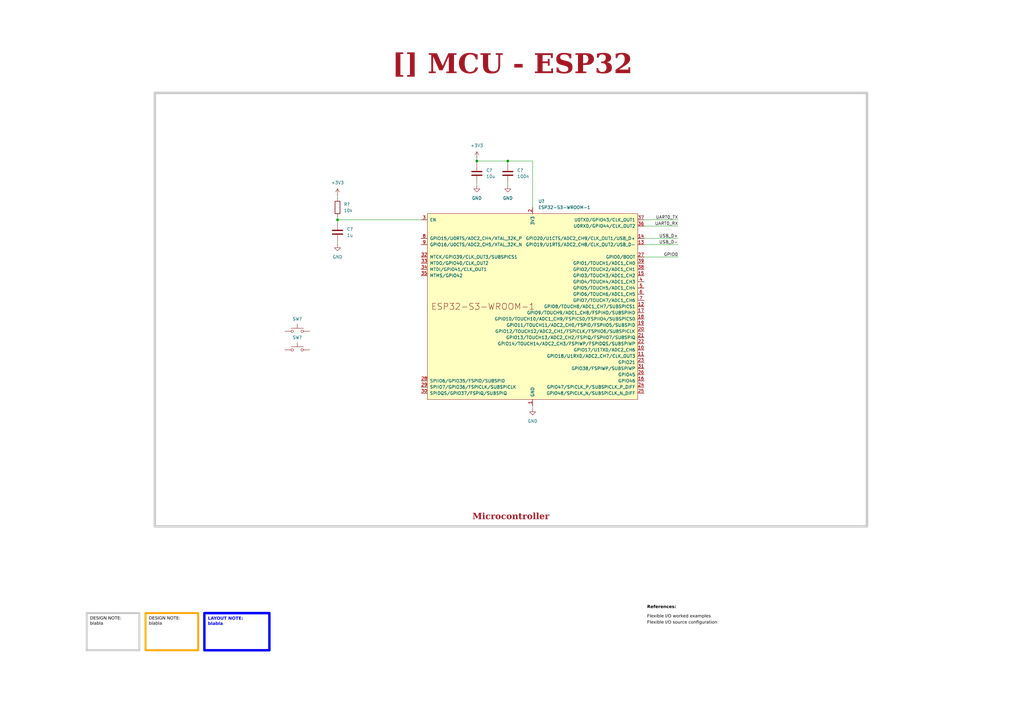
<source format=kicad_sch>
(kicad_sch (version 20231120) (generator "eeschema") (generator_version "8.0")
  (paper "A3")
  (title_block (title "MCU - ESP32") (date "Last Modified Date") (rev "${REVISION}") (company "${COMPANY}"))
  (lib_symbols
    (symbol "+3V3_1" (power) (pin_numbers hide) (pin_names (offset 0) hide)
      (property "Value" "+3V3" (at 0 3.556 0))
      (symbol "+3V3_1_0_1"
        (polyline (pts (xy -0.762 1.27) (xy 0 2.54)))
        (polyline (pts (xy 0 0) (xy 0 2.54)))
        (polyline (pts (xy 0 2.54) (xy 0.762 1.27)))
      )
      (symbol "+3V3_1_1_1"
        (pin power_in line (at 0 0 90) (length 0) (name "~") (number "1"))
      )
    )
    (symbol "Device:C" (pin_numbers hide) (pin_names (offset 0.254))
      (property "Reference" "C" (at 0.635 2.54 0))
      (property "Value" "C" (at 0.635 -2.54 0))
      (symbol "C_0_1"
        (polyline (pts (xy -2.032 -0.762) (xy 2.032 -0.762)) (stroke (width 0.508)))
        (polyline (pts (xy -2.032 0.762) (xy 2.032 0.762)) (stroke (width 0.508)))
      )
      (symbol "C_1_1"
        (pin passive line (at 0 3.81 270) (length 2.794) (name "~") (number "1"))
        (pin passive line (at 0 -3.81 90) (length 2.794) (name "~") (number "2"))
      )
    )
    (symbol "Device:R" (pin_numbers hide) (pin_names (offset 0))
      (property "Reference" "R" (at 2.032 0 90))
      (property "Value" "R" (at 0 0 90))
      (symbol "R_0_1"
        (rectangle (start -1.016 -2.54) (end 1.016 2.54) (stroke (width 0.254)))
      )
      (symbol "R_1_1"
        (pin passive line (at 0 3.81 270) (length 1.27) (name "~") (number "1"))
        (pin passive line (at 0 -3.81 90) (length 1.27) (name "~") (number "2"))
      )
    )
    (symbol "PCM_Espressif:ESP32-S3-WROOM-1" (pin_names (offset 1.016))
      (property "Reference" "U" (at -43.18 43.18 0))
      (property "Value" "ESP32-S3-WROOM-1" (at -43.18 40.64 0))
      (symbol "ESP32-S3-WROOM-1_0_0"
        (text "ESP32-S3-WROOM-1" (at -20.32 0 0) (effects (font (size 2.54 2.54))))
        (pin power_in line (at 0 -40.64 90) (length 2.54) (name "GND") (number "1"))
        (pin bidirectional line (at 45.72 -17.78 180) (length 2.54) (name "GPIO17/U1TXD/ADC2_CH6") (number "10"))
        (pin bidirectional line (at 45.72 -20.32 180) (length 2.54) (name "GPIO18/U1RXD/ADC2_CH7/CLK_OUT3") (number "11"))
        (pin bidirectional line (at 45.72 0 180) (length 2.54) (name "GPIO8/TOUCH8/ADC1_CH7/SUBSPICS1") (number "12"))
        (pin bidirectional line (at 45.72 25.4 180) (length 2.54) (name "GPIO19/U1RTS/ADC2_CH8/CLK_OUT2/USB_D-") (number "13"))
        (pin bidirectional line (at 45.72 27.94 180) (length 2.54) (name "GPIO20/U1CTS/ADC2_CH9/CLK_OUT1/USB_D+") (number "14"))
        (pin bidirectional line (at 45.72 12.7 180) (length 2.54) (name "GPIO3/TOUCH3/ADC1_CH2") (number "15"))
        (pin bidirectional line (at 45.72 -30.48 180) (length 2.54) (name "GPIO46") (number "16"))
        (pin bidirectional line (at 45.72 -2.54 180) (length 2.54) (name "GPIO9/TOUCH9/ADC1_CH8/FSPIHD/SUBSPIHD") (number "17"))
        (pin bidirectional line (at 45.72 -5.08 180) (length 2.54) (name "GPIO10/TOUCH10/ADC1_CH9/FSPICS0/FSPIIO4/SUBSPICS0") (number "18"))
        (pin bidirectional line (at 45.72 -7.62 180) (length 2.54) (name "GPIO11/TOUCH11/ADC2_CH0/FSPID/FSPIIO5/SUBSPID") (number "19"))
        (pin power_in line (at 0 40.64 270) (length 2.54) (name "3V3") (number "2"))
        (pin bidirectional line (at 45.72 -10.16 180) (length 2.54) (name "GPIO12/TOUCH12/ADC2_CH1/FSPICLK/FSPIIO6/SUBSPICLK") (number "20"))
        (pin bidirectional line (at 45.72 -12.7 180) (length 2.54) (name "GPIO13/TOUCH13/ADC2_CH2/FSPIQ/FSPIIO7/SUBSPIQ") (number "21"))
        (pin bidirectional line (at 45.72 -15.24 180) (length 2.54) (name "GPIO14/TOUCH14/ADC2_CH3/FSPIWP/FSPIDQS/SUBSPIWP") (number "22"))
        (pin bidirectional line (at 45.72 -22.86 180) (length 2.54) (name "GPIO21") (number "23"))
        (pin bidirectional line (at 45.72 -33.02 180) (length 2.54) (name "GPIO47/SPICLK_P/SUBSPICLK_P_DIFF") (number "24"))
        (pin bidirectional line (at 45.72 -35.56 180) (length 2.54) (name "GPIO48/SPICLK_N/SUBSPICLK_N_DIFF") (number "25"))
        (pin bidirectional line (at 45.72 -27.94 180) (length 2.54) (name "GPIO45") (number "26"))
        (pin bidirectional line (at 45.72 20.32 180) (length 2.54) (name "GPIO0/BOOT") (number "27"))
        (pin bidirectional line (at -45.72 -30.48 0) (length 2.54) (name "SPIIO6/GPIO35/FSPID/SUBSPID") (number "28"))
        (pin bidirectional line (at -45.72 -33.02 0) (length 2.54) (name "SPIIO7/GPIO36/FSPICLK/SUBSPICLK") (number "29"))
        (pin input line (at -45.72 35.56 0) (length 2.54) (name "EN") (number "3"))
        (pin bidirectional line (at -45.72 -35.56 0) (length 2.54) (name "SPIDQS/GPIO37/FSPIQ/SUBSPIQ") (number "30"))
        (pin bidirectional line (at 45.72 -25.4 180) (length 2.54) (name "GPIO38/FSPIWP/SUBSPIWP") (number "31"))
        (pin bidirectional line (at -45.72 20.32 0) (length 2.54) (name "MTCK/GPIO39/CLK_OUT3/SUBSPICS1") (number "32"))
        (pin bidirectional line (at -45.72 17.78 0) (length 2.54) (name "MTDO/GPIO40/CLK_OUT2") (number "33"))
        (pin bidirectional line (at -45.72 15.24 0) (length 2.54) (name "MTDI/GPIO41/CLK_OUT1") (number "34"))
        (pin bidirectional line (at -45.72 12.7 0) (length 2.54) (name "MTMS/GPIO42") (number "35"))
        (pin bidirectional line (at 45.72 33.02 180) (length 2.54) (name "U0RXD/GPIO44/CLK_OUT2") (number "36"))
        (pin bidirectional line (at 45.72 35.56 180) (length 2.54) (name "U0TXD/GPIO43/CLK_OUT1") (number "37"))
        (pin bidirectional line (at 45.72 15.24 180) (length 2.54) (name "GPIO2/TOUCH2/ADC1_CH1") (number "38"))
        (pin bidirectional line (at 45.72 17.78 180) (length 2.54) (name "GPIO1/TOUCH1/ADC1_CH0") (number "39"))
        (pin bidirectional line (at 45.72 10.16 180) (length 2.54) (name "GPIO4/TOUCH4/ADC1_CH3") (number "4"))
        (pin passive line (at 0 -40.64 90) (length 2.54) hide (name "GND") (number "40"))
        (pin passive line (at 0 -40.64 90) (length 2.54) hide (name "GND") (number "41"))
        (pin bidirectional line (at 45.72 7.62 180) (length 2.54) (name "GPIO5/TOUCH5/ADC1_CH4") (number "5"))
        (pin bidirectional line (at 45.72 5.08 180) (length 2.54) (name "GPIO6/TOUCH6/ADC1_CH5") (number "6"))
        (pin bidirectional line (at 45.72 2.54 180) (length 2.54) (name "GPIO7/TOUCH7/ADC1_CH6") (number "7"))
        (pin bidirectional line (at -45.72 27.94 0) (length 2.54) (name "GPIO15/U0RTS/ADC2_CH4/XTAL_32K_P") (number "8"))
        (pin bidirectional line (at -45.72 25.4 0) (length 2.54) (name "GPIO16/U0CTS/ADC2_CH5/XTAL_32K_N") (number "9"))
      )
      (symbol "ESP32-S3-WROOM-1_0_1"
        (rectangle (start -43.18 38.1) (end 43.18 -38.1) (fill (type background)))
      )
    )
    (symbol "Switch:SW_Push" (pin_numbers hide) (pin_names (offset 1.016) hide)
      (property "Reference" "SW" (at 1.27 2.54 0))
      (property "Value" "SW_Push" (at 0 -1.524 0))
      (symbol "SW_Push_0_1"
        (circle (center -2.032 0) (radius 0.508))
        (polyline (pts (xy 0 1.27) (xy 0 3.048)))
        (polyline (pts (xy 2.54 1.27) (xy -2.54 1.27)))
        (circle (center 2.032 0) (radius 0.508))
        (pin passive line (at -5.08 0 0) (length 2.54) (name "1") (number "1"))
        (pin passive line (at 5.08 0 180) (length 2.54) (name "2") (number "2"))
      )
    )
    (symbol "power:GND" (power) (pin_names (offset 0))
      (property "Value" "GND" (at 0 -3.81 0))
      (symbol "GND_0_1"
        (polyline (pts (xy 0 0) (xy 0 -1.27) (xy 1.27 -1.27) (xy 0 -2.54) (xy -1.27 -1.27) (xy 0 -1.27)))
      )
      (symbol "GND_1_1"
        (pin power_in line (at 0 0 270) (length 0) hide (name "GND") (number "1"))
      )
    )
  )
  (junction (at 195.58 66.04))
  (junction (at 138.43 90.17))
  (junction (at 208.28 66.04))
  (wire (pts (xy 138.43 80.01) (xy 138.43 81.28)))
  (wire (pts (xy 264.16 90.17) (xy 278.13 90.17)))
  (wire (pts (xy 138.43 90.17) (xy 138.43 91.44)))
  (wire (pts (xy 264.16 100.33) (xy 278.13 100.33)))
  (wire (pts (xy 208.28 76.2) (xy 208.28 74.93)))
  (wire (pts (xy 264.16 97.79) (xy 278.13 97.79)))
  (wire (pts (xy 195.58 64.77) (xy 195.58 66.04)))
  (wire (pts (xy 138.43 88.9) (xy 138.43 90.17)))
  (wire (pts (xy 208.28 66.04) (xy 195.58 66.04)))
  (wire (pts (xy 138.43 100.33) (xy 138.43 99.06)))
  (wire (pts (xy 218.44 66.04) (xy 208.28 66.04)))
  (wire (pts (xy 195.58 66.04) (xy 195.58 67.31)))
  (wire (pts (xy 264.16 92.71) (xy 278.13 92.71)))
  (wire (pts (xy 264.16 105.41) (xy 278.13 105.41)))
  (wire (pts (xy 218.44 167.64) (xy 218.44 166.37)))
  (wire (pts (xy 218.44 85.09) (xy 218.44 66.04)))
  (wire (pts (xy 138.43 90.17) (xy 172.72 90.17)))
  (wire (pts (xy 208.28 67.31) (xy 208.28 66.04)))
  (wire (pts (xy 195.58 76.2) (xy 195.58 74.93)))
  (rectangle (start 63.5 38.1) (end 355.6 215.9) (stroke (width 1) (color 200 200 200 1)))
  (text_box "[${#}] ${TITLE}" (at 110.49 20.32 0) (size 199.39 12.7) (stroke (width -0.0001)) (effects (font (size 8 8) (thickness 1.2) (bold yes))))
  (text_box "DESIGN NOTE:\nblabla" (at 59.69 251.46 0) (size 21.59 15.24) (stroke (width 0.8) (color 255 165 0 1)) (effects (font (size 1.27 1.27)) (justify left top)))
  (text_box "LAYOUT NOTE:\nblabla" (at 83.82 251.46 0) (size 26.67 15.24) (stroke (width 1) (color 0 0 255 1)) (effects (font (size 1.27 1.27) (thickness 0.4) (bold yes)) (justify left top)))
  (text_box "Microcontroller" (at 63.5 205.74 0) (size 292.1 9.525) (stroke (width -0.0001)) (effects (font (size 2.54 2.54) (thickness 0.508) (bold yes)) (justify bottom)))
  (text_box "DESIGN NOTE:\nblabla" (at 35.56 251.46 0) (size 21.59 15.24) (stroke (width 0.8) (color 200 200 200 1)) (effects (font (size 1.27 1.27)) (justify left top)))
  (text "Flexible I/O worked examples" (at 265.43 254 0) (effects (font (size 1.27 1.27)) (justify left bottom)))
  (text "References:" (at 265.43 250.19 0) (effects (font (size 1.27 1.27) (thickness 0.254) (bold yes)) (justify left bottom)))
  (text "Flexible I/O source configuration" (at 265.43 256.54 0) (effects (font (size 1.27 1.27)) (justify left bottom)))
  (label "UART0_RX" (at 278.13 92.71 180))
  (label "GPIO0" (at 278.13 105.41 180))
  (label "USB_D+" (at 278.13 97.79 180))
  (label "USB_D-" (at 278.13 100.33 180))
  (label "UART0_TX" (at 278.13 90.17 180))
  (symbol (lib_id "Device:C") (at 195.58 71.12 0) (unit 1)
    (property "Reference" "C?" (at 199.39 69.85 0) (effects (justify left)))
    (property "Value" "10u" (at 199.39 72.39 0) (effects (justify left)))
    (property "Footprint" "Capacitor_SMD:C_0805_2012Metric" (effects (hide yes)))
  )
  (symbol (lib_id "Device:C") (at 138.43 95.25 0) (unit 1)
    (property "Reference" "C?" (at 142.24 93.98 0) (effects (justify left)))
    (property "Value" "1u" (at 142.24 96.52 0) (effects (justify left)))
    (property "Footprint" "Capacitor_SMD:C_0805_2012Metric" (effects (hide yes)))
  )
  (symbol (lib_id "Device:C") (at 208.28 71.12 0) (unit 1)
    (property "Reference" "C?" (at 212.09 69.85 0) (effects (justify left)))
    (property "Value" "100n" (at 212.09 72.39 0) (effects (justify left)))
    (property "Footprint" "Capacitor_SMD:C_0603_1608Metric" (effects (hide yes)))
  )
  (symbol (lib_id "power:GND") (at 195.58 76.2 0) (unit 1)
    (property "Reference" "#PWR022" (effects (hide yes)))
    (property "Value" "GND" (at 195.58 81.28 0))
  )
  (symbol (lib_id "power:GND") (at 208.28 76.2 0) (unit 1)
    (property "Reference" "#PWR023" (effects (hide yes)))
    (property "Value" "GND" (at 208.28 81.28 0))
  )
  (symbol (lib_id "power:GND") (at 218.44 167.64 0) (unit 1)
    (property "Reference" "#PWR024" (effects (hide yes)))
    (property "Value" "GND" (at 218.44 172.72 0))
  )
  (symbol (lib_name "+3V3_1") (lib_id "power:+3V3") (at 138.43 80.01 0) (unit 1)
    (property "Reference" "#PWR019" (effects (hide yes)))
    (property "Value" "+3V3" (at 138.43 74.93 0))
    (property "Description" "Power symbol creates a global label with name \"+3V3\"" (effects (hide yes)))
  )
  (symbol (lib_id "Switch:SW_Push") (at 121.92 135.89 0) (unit 1)
    (property "Reference" "SW?" (at 121.92 130.81 0))
    (property "Value" "SW_Push" (effects (hide yes)))
    (property "Description" "Push button switch, generic, two pins" (effects (hide yes)))
  )
  (symbol (lib_id "power:GND") (at 138.43 100.33 0) (unit 1)
    (property "Reference" "#PWR020" (effects (hide yes)))
    (property "Value" "GND" (at 138.43 105.41 0))
  )
  (symbol (lib_id "Switch:SW_Push") (at 121.92 143.51 0) (unit 1)
    (property "Reference" "SW?" (at 121.92 138.43 0))
    (property "Value" "SW_Push" (effects (hide yes)))
    (property "Description" "Push button switch, generic, two pins" (effects (hide yes)))
  )
  (symbol (lib_name "+3V3_1") (lib_id "power:+3V3") (at 195.58 64.77 0) (unit 1)
    (property "Reference" "#PWR021" (effects (hide yes)))
    (property "Value" "+3V3" (at 195.58 59.69 0))
    (property "Description" "Power symbol creates a global label with name \"+3V3\"" (effects (hide yes)))
  )
  (symbol (lib_id "PCM_Espressif:ESP32-S3-WROOM-1") (at 218.44 125.73 0) (unit 1)
    (property "Reference" "U?" (at 220.7535 82.55 0) (effects (justify left)))
    (property "Value" "ESP32-S3-WROOM-1" (at 220.7535 85.09 0) (effects (justify left)))
    (property "Footprint" "PCM_Espressif:ESP32-S3-WROOM-1" (effects (hide yes)))
    (property "Datasheet" "https://www.espressif.com/sites/default/files/documentation/esp32-s3-wroom-1_wroom-1u_datasheet_en.pdf" (effects (hide yes)))
    (property "Description" "2.4 GHz WiFi (802.11 b/g/n) and Bluetooth ® 5 (LE) module Built around ESP32S3 series of SoCs, Xtensa ® dualcore 32bit LX7 microprocessor Flash up to 16 MB, PSRAM up to 8 MB 36 GPIOs, rich set of peripherals Onboard PCB antenna" (effects (hide yes)))
  )
  (symbol (lib_id "Device:R") (at 138.43 85.09 0) (unit 1)
    (property "Reference" "R?" (at 140.97 83.82 0) (effects (justify left)))
    (property "Value" "10k" (at 140.97 86.36 0) (effects (justify left)))
    (property "Footprint" "Resistor_SMD:R_0603_1608Metric" (effects (hide yes)))
  )
)
</source>
